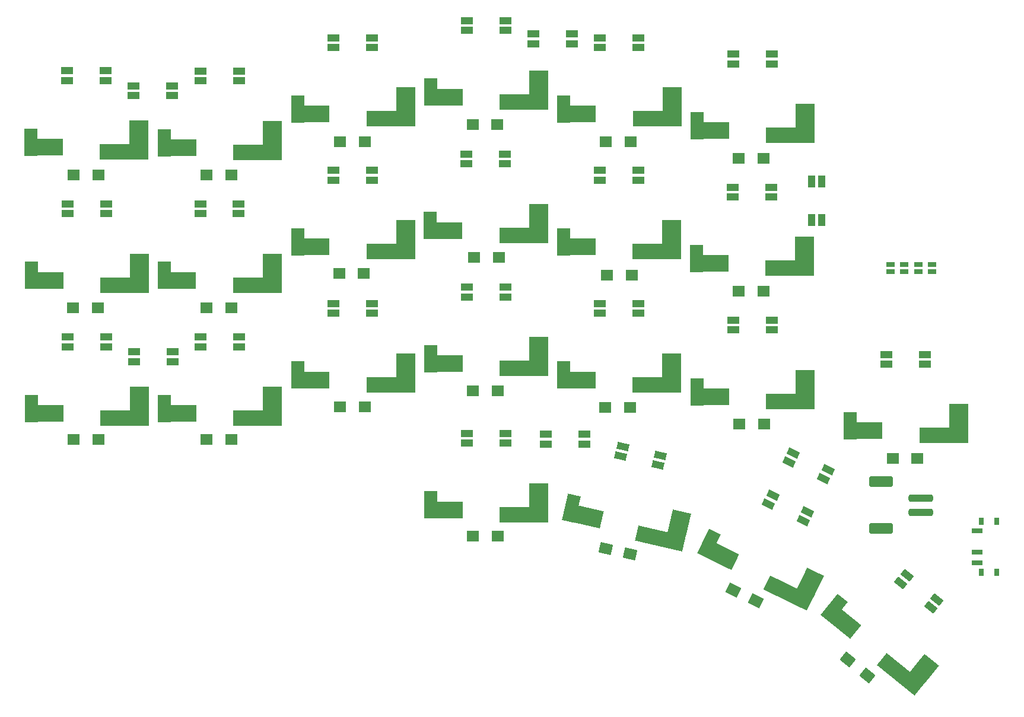
<source format=gbp>
G04 #@! TF.GenerationSoftware,KiCad,Pcbnew,7.0.8*
G04 #@! TF.CreationDate,2023-11-01T04:13:04+08:00*
G04 #@! TF.ProjectId,owl,6f776c2e-6b69-4636-9164-5f7063625858,rev?*
G04 #@! TF.SameCoordinates,Original*
G04 #@! TF.FileFunction,Paste,Bot*
G04 #@! TF.FilePolarity,Positive*
%FSLAX46Y46*%
G04 Gerber Fmt 4.6, Leading zero omitted, Abs format (unit mm)*
G04 Created by KiCad (PCBNEW 7.0.8) date 2023-11-01 04:13:04*
%MOMM*%
%LPD*%
G01*
G04 APERTURE LIST*
G04 Aperture macros list*
%AMRoundRect*
0 Rectangle with rounded corners*
0 $1 Rounding radius*
0 $2 $3 $4 $5 $6 $7 $8 $9 X,Y pos of 4 corners*
0 Add a 4 corners polygon primitive as box body*
4,1,4,$2,$3,$4,$5,$6,$7,$8,$9,$2,$3,0*
0 Add four circle primitives for the rounded corners*
1,1,$1+$1,$2,$3*
1,1,$1+$1,$4,$5*
1,1,$1+$1,$6,$7*
1,1,$1+$1,$8,$9*
0 Add four rect primitives between the rounded corners*
20,1,$1+$1,$2,$3,$4,$5,0*
20,1,$1+$1,$4,$5,$6,$7,0*
20,1,$1+$1,$6,$7,$8,$9,0*
20,1,$1+$1,$8,$9,$2,$3,0*%
%AMRotRect*
0 Rectangle, with rotation*
0 The origin of the aperture is its center*
0 $1 length*
0 $2 width*
0 $3 Rotation angle, in degrees counterclockwise*
0 Add horizontal line*
21,1,$1,$2,0,0,$3*%
G04 Aperture macros list end*
%ADD10R,6.908800X2.208000*%
%ADD11R,2.667000X3.360000*%
%ADD12R,1.864200X3.860800*%
%ADD13R,4.216400X2.494600*%
%ADD14RotRect,6.908800X2.208000X321.000000*%
%ADD15RotRect,2.667000X3.360000X141.000000*%
%ADD16RotRect,1.864200X3.860800X321.000000*%
%ADD17RotRect,4.216400X2.494600X141.000000*%
%ADD18RotRect,6.908800X2.208000X334.000000*%
%ADD19RotRect,2.667000X3.360000X154.000000*%
%ADD20RotRect,1.864200X3.860800X334.000000*%
%ADD21RotRect,4.216400X2.494600X154.000000*%
%ADD22RotRect,6.908800X2.208000X347.000000*%
%ADD23RotRect,2.667000X3.360000X167.000000*%
%ADD24RotRect,1.864200X3.860800X347.000000*%
%ADD25RotRect,4.216400X2.494600X167.000000*%
%ADD26R,1.800000X1.500000*%
%ADD27R,0.800000X1.000000*%
%ADD28R,1.500000X0.700000*%
%ADD29RotRect,1.700000X1.000000X154.000000*%
%ADD30R,1.700000X1.000000*%
%ADD31RotRect,1.800000X1.500000X154.000000*%
%ADD32R,1.000000X1.700000*%
%ADD33RotRect,1.700000X1.000000X334.000000*%
%ADD34RotRect,1.800000X1.500000X167.000000*%
%ADD35RotRect,1.700000X1.000000X167.000000*%
%ADD36RotRect,1.700000X1.000000X141.000000*%
%ADD37RotRect,1.800000X1.500000X141.000000*%
%ADD38RoundRect,0.250000X-1.500000X0.250000X-1.500000X-0.250000X1.500000X-0.250000X1.500000X0.250000X0*%
%ADD39RoundRect,0.250001X-1.449999X0.499999X-1.449999X-0.499999X1.449999X-0.499999X1.449999X0.499999X0*%
%ADD40R,1.143000X0.635000*%
G04 APERTURE END LIST*
D10*
X206832200Y-114008800D03*
D11*
X208953100Y-111224800D03*
D12*
X193514900Y-112649000D03*
D13*
X195961000Y-113332100D03*
D14*
X200670107Y-148131795D03*
D15*
X204070383Y-147302946D03*
D16*
X191176371Y-138694184D03*
D17*
X192647458Y-140764433D03*
D18*
X184706142Y-136516262D03*
D19*
X187832820Y-134943760D03*
D20*
X173332729Y-129456161D03*
D21*
X175231818Y-131142427D03*
D22*
X166406969Y-128717907D03*
D23*
X169099774Y-126482359D03*
D24*
X153736879Y-124397217D03*
D25*
X155966621Y-125613062D03*
D10*
X146939000Y-125286400D03*
D11*
X149059900Y-122502400D03*
D12*
X133621700Y-123926600D03*
D13*
X136067800Y-124609700D03*
D10*
X184937400Y-109132000D03*
D11*
X187058300Y-106348000D03*
D12*
X171620100Y-107772200D03*
D13*
X174066200Y-108455300D03*
D10*
X165887400Y-106744400D03*
D11*
X168008300Y-103960400D03*
D12*
X152570100Y-105384600D03*
D13*
X155016200Y-106067700D03*
D10*
X146939000Y-104407600D03*
D11*
X149059900Y-101623600D03*
D12*
X133621700Y-103047800D03*
D13*
X136067800Y-103730900D03*
D10*
X127939800Y-106744400D03*
D11*
X130060700Y-103960400D03*
D12*
X114622500Y-105384600D03*
D13*
X117068600Y-106067700D03*
D10*
X108940600Y-111519600D03*
D11*
X111061500Y-108735600D03*
D12*
X95623300Y-110159800D03*
D13*
X98069400Y-110842900D03*
D10*
X89941400Y-111519600D03*
D11*
X92062300Y-108735600D03*
D12*
X76624100Y-110159800D03*
D13*
X79070200Y-110842900D03*
D10*
X184886600Y-90132800D03*
D11*
X187007500Y-87348800D03*
D12*
X171569300Y-88773000D03*
D13*
X174015400Y-89456100D03*
D10*
X165887400Y-87745200D03*
D11*
X168008300Y-84961200D03*
D12*
X152570100Y-86385400D03*
D13*
X155016200Y-87068500D03*
D10*
X146888200Y-85408400D03*
D11*
X149009100Y-82624400D03*
D12*
X133570900Y-84048600D03*
D13*
X136017000Y-84731700D03*
D10*
X127939800Y-87745200D03*
D11*
X130060700Y-84961200D03*
D12*
X114622500Y-86385400D03*
D13*
X117068600Y-87068500D03*
D10*
X108889800Y-92520400D03*
D11*
X111010700Y-89736400D03*
D12*
X95572500Y-91160600D03*
D13*
X98018600Y-91843700D03*
D10*
X89941400Y-92520400D03*
D11*
X92062300Y-89736400D03*
D12*
X76624100Y-91160600D03*
D13*
X79070200Y-91843700D03*
D10*
X184937400Y-71133600D03*
D11*
X187058300Y-68349600D03*
D12*
X171620100Y-69773800D03*
D13*
X174066200Y-70456900D03*
D10*
X165938200Y-68796800D03*
D11*
X168059100Y-66012800D03*
D12*
X152620900Y-67437000D03*
D13*
X155067000Y-68120100D03*
D10*
X146939000Y-66358400D03*
D11*
X149059900Y-63574400D03*
D12*
X133621700Y-64998600D03*
D13*
X136067800Y-65681700D03*
D10*
X127939800Y-68796800D03*
D11*
X130060700Y-66012800D03*
D12*
X114622500Y-67437000D03*
D13*
X117068600Y-68120100D03*
D10*
X108940600Y-73572000D03*
D11*
X111061500Y-70788000D03*
D12*
X95623300Y-72212200D03*
D13*
X98069400Y-72895300D03*
D10*
X89890600Y-73521200D03*
D11*
X92011500Y-70737200D03*
D12*
X76573300Y-72161400D03*
D13*
X79019400Y-72844500D03*
D26*
X143357600Y-88595200D03*
X139807600Y-88595200D03*
D27*
X212215000Y-133550000D03*
X214425000Y-133550000D03*
X212215000Y-126250000D03*
X214425000Y-126250000D03*
D28*
X211565000Y-127650000D03*
X211565000Y-130650000D03*
X211565000Y-132150000D03*
D29*
X186772024Y-126193076D03*
X187385743Y-124934765D03*
X182442376Y-122523724D03*
X181828657Y-123782035D03*
D30*
X144228000Y-75223600D03*
X144228000Y-73823600D03*
X138728000Y-73823600D03*
X138728000Y-75223600D03*
X119779600Y-95159600D03*
X119779600Y-96559600D03*
X125279600Y-96559600D03*
X125279600Y-95159600D03*
D26*
X162150600Y-72034400D03*
X158600600Y-72034400D03*
X181149800Y-93370400D03*
X177599800Y-93370400D03*
D30*
X81730400Y-61936400D03*
X81730400Y-63336400D03*
X87230400Y-63336400D03*
X87230400Y-61936400D03*
D31*
X180004959Y-137633309D03*
X176814241Y-136077091D03*
D32*
X189422000Y-83268000D03*
X188022000Y-83268000D03*
X188022000Y-77768000D03*
X189422000Y-77768000D03*
D30*
X176777200Y-59548800D03*
X176777200Y-60948800D03*
X182277200Y-60948800D03*
X182277200Y-59548800D03*
D33*
X190328543Y-118901365D03*
X189714824Y-120159676D03*
X184771457Y-117748635D03*
X185385176Y-116490324D03*
D30*
X119779600Y-57212000D03*
X119779600Y-58612000D03*
X125279600Y-58612000D03*
X125279600Y-57212000D03*
D26*
X105203800Y-114604800D03*
X101653800Y-114604800D03*
X143202200Y-107645200D03*
X139652200Y-107645200D03*
D34*
X162035494Y-130943557D03*
X158576480Y-130144981D03*
D26*
X162099800Y-109982000D03*
X158549800Y-109982000D03*
X105150000Y-95758000D03*
X101600000Y-95758000D03*
X203095400Y-117246400D03*
X199545400Y-117246400D03*
D30*
X100780400Y-61987200D03*
X100780400Y-63387200D03*
X106280400Y-63387200D03*
X106280400Y-61987200D03*
D26*
X181197600Y-112369600D03*
X177647600Y-112369600D03*
X86156800Y-95758000D03*
X82606800Y-95758000D03*
D35*
X166098052Y-118191474D03*
X166412983Y-116827356D03*
X161053948Y-115590126D03*
X160739017Y-116954244D03*
D30*
X106236400Y-82346800D03*
X106236400Y-80946800D03*
X100736400Y-80946800D03*
X100736400Y-82346800D03*
X148250000Y-58075000D03*
X148250000Y-56675000D03*
X153750000Y-56675000D03*
X153750000Y-58075000D03*
D26*
X143151400Y-69596000D03*
X139601400Y-69596000D03*
X143202200Y-128371600D03*
X139652200Y-128371600D03*
D30*
X125279600Y-77560400D03*
X125279600Y-76160400D03*
X119779600Y-76160400D03*
X119779600Y-77560400D03*
X138778800Y-92822800D03*
X138778800Y-94222800D03*
X144278800Y-94222800D03*
X144278800Y-92822800D03*
X138778800Y-54773600D03*
X138778800Y-56173600D03*
X144278800Y-56173600D03*
X144278800Y-54773600D03*
D26*
X162300000Y-91135200D03*
X158750000Y-91135200D03*
X124101400Y-90881200D03*
X120551400Y-90881200D03*
D30*
X163227200Y-77560400D03*
X163227200Y-76160400D03*
X157727200Y-76160400D03*
X157727200Y-77560400D03*
X198672000Y-102424000D03*
X198672000Y-103824000D03*
X204172000Y-103824000D03*
X204172000Y-102424000D03*
X157778000Y-57212000D03*
X157778000Y-58612000D03*
X163278000Y-58612000D03*
X163278000Y-57212000D03*
X91250000Y-65475000D03*
X91250000Y-64075000D03*
X96750000Y-64075000D03*
X96750000Y-65475000D03*
X155550000Y-113825000D03*
X155550000Y-115225000D03*
X150050000Y-115225000D03*
X150050000Y-113825000D03*
X176777200Y-97547200D03*
X176777200Y-98947200D03*
X182277200Y-98947200D03*
X182277200Y-97547200D03*
D36*
X204998227Y-138520233D03*
X205879276Y-137432229D03*
X201604973Y-133970967D03*
X200723924Y-135058971D03*
D37*
X195903076Y-148244286D03*
X193144208Y-146010198D03*
D30*
X144278800Y-115101600D03*
X144278800Y-113701600D03*
X138778800Y-113701600D03*
X138778800Y-115101600D03*
X87281200Y-82335600D03*
X87281200Y-80935600D03*
X81781200Y-80935600D03*
X81781200Y-82335600D03*
X157727200Y-95159600D03*
X157727200Y-96559600D03*
X163227200Y-96559600D03*
X163227200Y-95159600D03*
D26*
X124203000Y-72034400D03*
X120653000Y-72034400D03*
X86204600Y-114604800D03*
X82654600Y-114604800D03*
D30*
X100780400Y-99934800D03*
X100780400Y-101334800D03*
X106280400Y-101334800D03*
X106280400Y-99934800D03*
X81781200Y-99934800D03*
X81781200Y-101334800D03*
X87281200Y-101334800D03*
X87281200Y-99934800D03*
D26*
X124203000Y-109931200D03*
X120653000Y-109931200D03*
D30*
X91300000Y-103475000D03*
X91300000Y-102075000D03*
X96800000Y-102075000D03*
X96800000Y-103475000D03*
X182226400Y-79948000D03*
X182226400Y-78548000D03*
X176726400Y-78548000D03*
X176726400Y-79948000D03*
D26*
X181149800Y-74425000D03*
X177599800Y-74425000D03*
X86200000Y-76800000D03*
X82650000Y-76800000D03*
D38*
X203600000Y-124950000D03*
X203600000Y-122950000D03*
D39*
X197850000Y-120600000D03*
X197850000Y-127300000D03*
D26*
X105203800Y-76850000D03*
X101653800Y-76850000D03*
D40*
X203198800Y-89589240D03*
X203198800Y-90590000D03*
X201218800Y-89589620D03*
X201218800Y-90590380D03*
X205180000Y-89585620D03*
X205180000Y-90586380D03*
X199236400Y-89589240D03*
X199236400Y-90590000D03*
M02*

</source>
